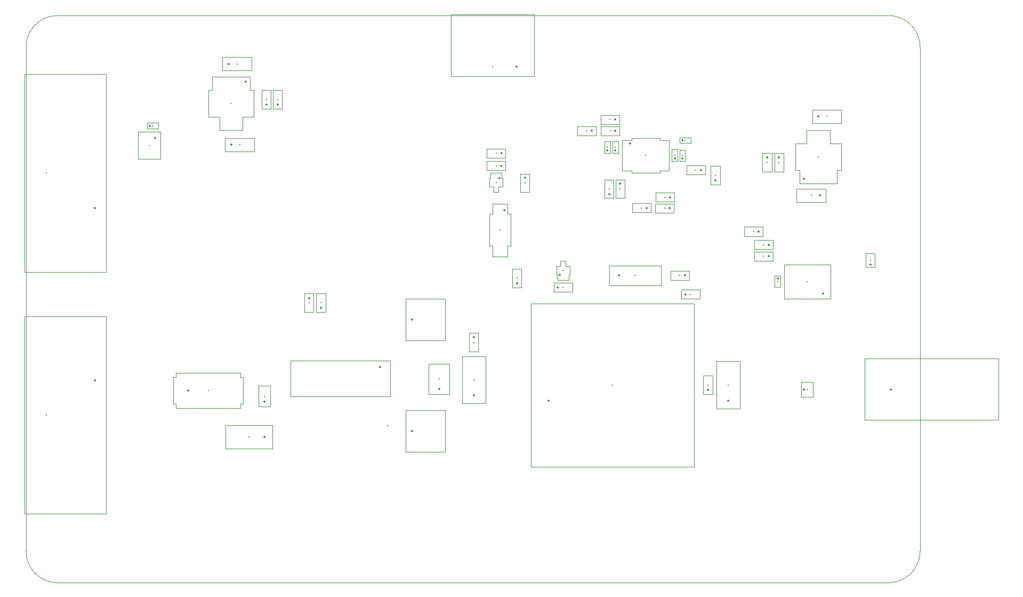
<source format=gbr>
%TF.GenerationSoftware,KiCad,Pcbnew,9.0.3*%
%TF.CreationDate,2025-09-16T13:04:33-04:00*%
%TF.ProjectId,CAEN_NEVIS_DAQ_12V,4341454e-5f4e-4455-9649-535f4441515f,rev?*%
%TF.SameCoordinates,Original*%
%TF.FileFunction,Component,L1,Top*%
%TF.FilePolarity,Positive*%
%FSLAX46Y46*%
G04 Gerber Fmt 4.6, Leading zero omitted, Abs format (unit mm)*
G04 Created by KiCad (PCBNEW 9.0.3) date 2025-09-16 13:04:33*
%MOMM*%
%LPD*%
G01*
G04 APERTURE LIST*
%TA.AperFunction,ComponentMain*%
%ADD10C,0.300000*%
%TD*%
%TA.AperFunction,ComponentOutline,Courtyard*%
%ADD11C,0.100000*%
%TD*%
%TA.AperFunction,ComponentPin*%
%ADD12P,0.360000X4X0.000000*%
%TD*%
%TA.AperFunction,ComponentPin*%
%ADD13C,0.100000*%
%TD*%
%TA.AperFunction,ComponentOutline,Footprint*%
%ADD14C,0.100000*%
%TD*%
%TA.AperFunction,Profile*%
%ADD15C,0.050000*%
%TD*%
G04 APERTURE END LIST*
D10*
%TO.C,R2*%
%TO.CFtp,R_0603_1608Metric*%
%TO.CVal,0.1*%
%TO.CLbN,Resistor_SMD*%
%TO.CMnt,SMD*%
%TO.CRot,-90*%
X143110000Y-90880000D03*
D11*
X143835000Y-89405000D02*
X143835000Y-92355000D01*
X142385000Y-92355000D01*
X142385000Y-89405000D01*
X143835000Y-89405000D01*
D12*
%TO.P,R2,1*%
X143110000Y-90055000D03*
D13*
%TO.P,R2,2*%
X143110000Y-91705000D03*
%TD*%
D10*
%TO.C,C14*%
%TO.CFtp,CP_EIA-3216-10_Kemet-I*%
%TO.CVal,4.7uF*%
%TO.CLbN,Capacitor_Tantalum_SMD*%
%TO.CMnt,SMD*%
%TO.CRot,0*%
X105930000Y-59510000D03*
D11*
X108225000Y-58465000D02*
X108225000Y-60555000D01*
X103635000Y-60555000D01*
X103635000Y-58465000D01*
X108225000Y-58465000D01*
D12*
%TO.P,C14,1*%
X104580000Y-59510000D03*
D13*
%TO.P,C14,2*%
X107280000Y-59510000D03*
%TD*%
D10*
%TO.C,U4*%
%TO.CFtp,SOT-3_ST_LIT*%
%TO.CVal,LT3080EST-PBF*%
%TO.CLbN,Analog_Devices*%
%TO.CMnt,SMD*%
%TO.CRot,0*%
X197830000Y-61430000D03*
D11*
X199653800Y-57180500D02*
X199653800Y-59326800D01*
X201431800Y-59326800D01*
X201431800Y-63533200D01*
X200809500Y-63533200D01*
X200809500Y-65679500D01*
X194850500Y-65679500D01*
X194850500Y-63533200D01*
X194228200Y-63533200D01*
X194228200Y-59326800D01*
X196006200Y-59326800D01*
X196006200Y-57180500D01*
X199653800Y-57180500D01*
D12*
%TO.P,U4,1,SET*%
X195518600Y-64922500D03*
D13*
%TO.P,U4,2,OUT*%
X197830000Y-64922500D03*
%TO.P,U4,3,IN*%
X200141400Y-64922500D03*
%TO.P,U4,4,TAB*%
X197830000Y-57930000D03*
%TD*%
D10*
%TO.C,R23*%
%TO.CFtp,R_0603_1608Metric*%
%TO.CVal,24.9*%
%TO.CLbN,Resistor_SMD*%
%TO.CMnt,SMD*%
%TO.CRot,180*%
X178390000Y-63510000D03*
D11*
X179865000Y-62785000D02*
X179865000Y-64235000D01*
X176915000Y-64235000D01*
X176915000Y-62785000D01*
X179865000Y-62785000D01*
D12*
%TO.P,R23,1*%
X179215000Y-63510000D03*
D13*
%TO.P,R23,2*%
X177565000Y-63510000D03*
%TD*%
D10*
%TO.C,R26*%
%TO.CFtp,R_0603_1608Metric*%
%TO.CVal,24.9*%
%TO.CLbN,Resistor_SMD*%
%TO.CMnt,SMD*%
%TO.CRot,180*%
X169730000Y-69550000D03*
D11*
X171205000Y-68825000D02*
X171205000Y-70275000D01*
X168255000Y-70275000D01*
X168255000Y-68825000D01*
X171205000Y-68825000D01*
D12*
%TO.P,R26,1*%
X170555000Y-69550000D03*
D13*
%TO.P,R26,2*%
X168905000Y-69550000D03*
%TD*%
D10*
%TO.C,R8*%
%TO.CFtp,R_0603_1608Metric*%
%TO.CVal,1k*%
%TO.CLbN,Resistor_SMD*%
%TO.CMnt,SMD*%
%TO.CRot,180*%
X146660000Y-62840000D03*
D11*
X148135000Y-62115000D02*
X148135000Y-63565000D01*
X145185000Y-63565000D01*
X145185000Y-62115000D01*
X148135000Y-62115000D01*
D12*
%TO.P,R8,1*%
X147485000Y-62840000D03*
D13*
%TO.P,R8,2*%
X145835000Y-62840000D03*
%TD*%
D10*
%TO.C,C12*%
%TO.CFtp,CP_EIA-3216-10_Kemet-I*%
%TO.CVal,1uF*%
%TO.CLbN,Capacitor_Tantalum_SMD*%
%TO.CMnt,SMD*%
%TO.CRot,0*%
X105501000Y-46660000D03*
D11*
X107796000Y-45615000D02*
X107796000Y-47705000D01*
X103206000Y-47705000D01*
X103206000Y-45615000D01*
X107796000Y-45615000D01*
D12*
%TO.P,C12,1*%
X104151000Y-46660000D03*
D13*
%TO.P,C12,2*%
X106851000Y-46660000D03*
%TD*%
D10*
%TO.C,J1*%
%TO.CFtp,618009231221*%
%TO.CVal,618009231221*%
%TO.CLbN,Wurth_Elektronik*%
%TO.CMnt,TH*%
%TO.CRot,-90*%
X75200000Y-102410000D03*
D11*
X84695000Y-86715000D02*
X84695000Y-118105000D01*
X71785000Y-118105000D01*
X71785000Y-86715000D01*
X84695000Y-86715000D01*
D12*
%TO.P,J1,1*%
X82920000Y-96870000D03*
D13*
%TO.P,J1,2*%
X82920000Y-99640000D03*
%TO.P,J1,3*%
X82920000Y-102410000D03*
%TO.P,J1,4*%
X82920000Y-105180000D03*
%TO.P,J1,5*%
X82920000Y-107950000D03*
%TO.P,J1,6*%
X80080000Y-98255000D03*
%TO.P,J1,7*%
X80080000Y-101025000D03*
%TO.P,J1,8*%
X80080000Y-103795000D03*
%TO.P,J1,9*%
X80080000Y-106565000D03*
%TO.P,J1,S1*%
X81500000Y-89910000D03*
%TO.P,J1,S2*%
X81500000Y-114910000D03*
%TD*%
D10*
%TO.C,C8*%
%TO.CFtp,CP_EIA-6032-20_AVX-F*%
%TO.CVal,100uF*%
%TO.CLbN,Capacitor_Tantalum_SMD*%
%TO.CMnt,SMD*%
%TO.CRot,90*%
X143120000Y-96820000D03*
D11*
X144965000Y-93075000D02*
X144965000Y-100565000D01*
X141275000Y-100565000D01*
X141275000Y-93075000D01*
X144965000Y-93075000D01*
D12*
%TO.P,C8,1*%
X143120000Y-99282500D03*
D13*
%TO.P,C8,2*%
X143120000Y-94357500D03*
%TD*%
D10*
%TO.C,R9*%
%TO.CFtp,R_0603_1608Metric*%
%TO.CVal,49.9*%
%TO.CLbN,Resistor_SMD*%
%TO.CMnt,SMD*%
%TO.CRot,180*%
X175830000Y-80240000D03*
D11*
X177305000Y-79515000D02*
X177305000Y-80965000D01*
X174355000Y-80965000D01*
X174355000Y-79515000D01*
X177305000Y-79515000D01*
D12*
%TO.P,R9,1*%
X176655000Y-80240000D03*
D13*
%TO.P,R9,2*%
X175005000Y-80240000D03*
%TD*%
D10*
%TO.C,R18*%
%TO.CFtp,R_0603_1608Metric*%
%TO.CVal,10k*%
%TO.CLbN,Resistor_SMD*%
%TO.CMnt,SMD*%
%TO.CRot,90*%
X164626200Y-66505000D03*
D11*
X165351200Y-65030000D02*
X165351200Y-67980000D01*
X163901200Y-67980000D01*
X163901200Y-65030000D01*
X165351200Y-65030000D01*
D12*
%TO.P,R18,1*%
X164626200Y-67330000D03*
D13*
%TO.P,R18,2*%
X164626200Y-65680000D03*
%TD*%
D10*
%TO.C,R15*%
%TO.CFtp,R_0603_1608Metric*%
%TO.CVal,24.9*%
%TO.CLbN,Resistor_SMD*%
%TO.CMnt,SMD*%
%TO.CRot,180*%
X189140000Y-77220000D03*
D11*
X190615000Y-76495000D02*
X190615000Y-77945000D01*
X187665000Y-77945000D01*
X187665000Y-76495000D01*
X190615000Y-76495000D01*
D12*
%TO.P,R15,1*%
X189965000Y-77220000D03*
D13*
%TO.P,R15,2*%
X188315000Y-77220000D03*
%TD*%
D10*
%TO.C,C13*%
%TO.CFtp,C_0603_1608Metric*%
%TO.CVal,0.1uF*%
%TO.CLbN,Capacitor_SMD*%
%TO.CMnt,SMD*%
%TO.CRot,90*%
X111948500Y-52330000D03*
D11*
X112673500Y-50855000D02*
X112673500Y-53805000D01*
X111223500Y-53805000D01*
X111223500Y-50855000D01*
X112673500Y-50855000D01*
D12*
%TO.P,C13,1*%
X111948500Y-53105000D03*
D13*
%TO.P,C13,2*%
X111948500Y-51555000D03*
%TD*%
D10*
%TO.C,R21*%
%TO.CFtp,R_0603_1608Metric*%
%TO.CVal,24.9*%
%TO.CLbN,Resistor_SMD*%
%TO.CMnt,SMD*%
%TO.CRot,180*%
X161036200Y-57305000D03*
D11*
X162511200Y-56580000D02*
X162511200Y-58030000D01*
X159561200Y-58030000D01*
X159561200Y-56580000D01*
X162511200Y-56580000D01*
D12*
%TO.P,R21,1*%
X161861200Y-57305000D03*
D13*
%TO.P,R21,2*%
X160211200Y-57305000D03*
%TD*%
D10*
%TO.C,C20*%
%TO.CFtp,C_0603_1608Metric*%
%TO.CVal,1uF*%
%TO.CLbN,Capacitor_SMD*%
%TO.CMnt,SMD*%
%TO.CRot,180*%
X189150000Y-75370000D03*
D11*
X190625000Y-74645000D02*
X190625000Y-76095000D01*
X187675000Y-76095000D01*
X187675000Y-74645000D01*
X190625000Y-74645000D01*
D12*
%TO.P,C20,1*%
X189925000Y-75370000D03*
D13*
%TO.P,C20,2*%
X188375000Y-75370000D03*
%TD*%
D10*
%TO.C,J10*%
%TO.CFtp,61300311121*%
%TO.CVal,61300311121*%
%TO.CLbN,Wurth_Elektronik*%
%TO.CMnt,TH*%
%TO.CRot,0*%
X168730000Y-80240000D03*
D11*
X172835000Y-78675000D02*
X172835000Y-81805000D01*
X164625000Y-81805000D01*
X164625000Y-78675000D01*
X172835000Y-78675000D01*
D12*
%TO.P,J10,1*%
X166190000Y-80240000D03*
D13*
%TO.P,J10,2*%
X168730000Y-80240000D03*
%TO.P,J10,3*%
X171270000Y-80240000D03*
%TD*%
D10*
%TO.C,U3*%
%TO.CFtp,DBV5*%
%TO.CVal,SN65LVDS2DBVR*%
%TO.CLbN,Texas_Instruments*%
%TO.CMnt,SMD*%
%TO.CRot,-90*%
X91590000Y-59630000D03*
D11*
X93363000Y-57450600D02*
X93363000Y-61809400D01*
X89817000Y-61809400D01*
X89817000Y-57450600D01*
X93363000Y-57450600D01*
D12*
%TO.P,U3,1,VCC*%
X92540001Y-58436200D03*
D13*
%TO.P,U3,2,GND*%
X91590000Y-58436200D03*
%TO.P,U3,3,A*%
X90639999Y-58436200D03*
%TO.P,U3,4,B*%
X90639999Y-60823800D03*
%TO.P,U3,5,R*%
X92540001Y-60823800D03*
%TD*%
D10*
%TO.C,R16*%
%TO.CFtp,R_0603_1608Metric*%
%TO.CVal,24.9*%
%TO.CLbN,Resistor_SMD*%
%TO.CMnt,SMD*%
%TO.CRot,180*%
X187550000Y-73280000D03*
D11*
X189025000Y-72555000D02*
X189025000Y-74005000D01*
X186075000Y-74005000D01*
X186075000Y-72555000D01*
X189025000Y-72555000D01*
D12*
%TO.P,R16,1*%
X188375000Y-73280000D03*
D13*
%TO.P,R16,2*%
X186725000Y-73280000D03*
%TD*%
D10*
%TO.C,F1*%
%TO.CFtp,0154Series_LTF*%
%TO.CVal,0154002.DR*%
%TO.CLbN,Little_Fuse*%
%TO.CMnt,SMD*%
%TO.CRot,0*%
X100950000Y-98520000D03*
D11*
X106063100Y-95756400D02*
X106063100Y-96366000D01*
X106507600Y-96366000D01*
X106507600Y-100674000D01*
X106063100Y-100674000D01*
X106063100Y-101283600D01*
X95836900Y-101283600D01*
X95836900Y-100674000D01*
X95392400Y-100674000D01*
X95392400Y-96366000D01*
X95836900Y-96366000D01*
X95836900Y-95756400D01*
X106063100Y-95756400D01*
D12*
%TO.P,F1,1,1*%
X97762300Y-98520000D03*
D13*
%TO.P,F1,2,2*%
X104137700Y-98520000D03*
%TD*%
D10*
%TO.C,J4*%
%TO.CFtp,CONN_RF2-49B-T-00-50-G-HDW_ADM*%
%TO.CVal,RF2-49B-T-00-50-G-HDW*%
%TO.CLbN,Adam_Tech*%
%TO.CMnt,TH*%
%TO.CRot,-90*%
X209360000Y-98310000D03*
D11*
X226439432Y-93412800D02*
X226439432Y-103207200D01*
X205234569Y-103207200D01*
X205234569Y-93412800D01*
X226439432Y-93412800D01*
D12*
%TO.P,J4,1,SIGNAL*%
X209360000Y-98310000D03*
D13*
%TO.P,J4,2,GND*%
X211900000Y-95770000D03*
%TO.P,J4,3,GND*%
X206820000Y-95770000D03*
%TO.P,J4,4,GND*%
X206820000Y-100850000D03*
%TO.P,J4,5,GND*%
X211900000Y-100850000D03*
%TD*%
D10*
%TO.C,C16*%
%TO.CFtp,CP_EIA-3216-10_Kemet-I*%
%TO.CVal,1uF*%
%TO.CLbN,Capacitor_Tantalum_SMD*%
%TO.CMnt,SMD*%
%TO.CRot,180*%
X196693900Y-67552500D03*
D11*
X198988900Y-66507500D02*
X198988900Y-68597500D01*
X194398900Y-68597500D01*
X194398900Y-66507500D01*
X198988900Y-66507500D01*
D12*
%TO.P,C16,1*%
X198043900Y-67552500D03*
D13*
%TO.P,C16,2*%
X195343900Y-67552500D03*
%TD*%
D10*
%TO.C,M2*%
%TO.CFtp,SSM_TOS*%
%TO.CVal,SSM3K15AFS_LF*%
%TO.CLbN,Toshiba_Semi*%
%TO.CMnt,SMD*%
%TO.CRot,180*%
X146660001Y-65505000D03*
D11*
X147559001Y-64000401D02*
X147559001Y-64856000D01*
X147709001Y-64856000D01*
X147709001Y-66154000D01*
X147059001Y-66154000D01*
X147059001Y-67009599D01*
X146261001Y-67009599D01*
X146261001Y-66154000D01*
X145611001Y-66154000D01*
X145611001Y-64856000D01*
X145761001Y-64856000D01*
X145761001Y-64000401D01*
X147559001Y-64000401D01*
D12*
%TO.P,M2,1,1*%
X147160000Y-64830000D03*
D13*
%TO.P,M2,2,2*%
X146160002Y-64830000D03*
%TO.P,M2,3,3*%
X146660001Y-66180000D03*
%TD*%
D10*
%TO.C,R25*%
%TO.CFtp,R_0603_1608Metric*%
%TO.CVal,24.9*%
%TO.CLbN,Resistor_SMD*%
%TO.CMnt,SMD*%
%TO.CRot,180*%
X173470000Y-67860000D03*
D11*
X174945000Y-67135000D02*
X174945000Y-68585000D01*
X171995000Y-68585000D01*
X171995000Y-67135000D01*
X174945000Y-67135000D01*
D12*
%TO.P,R25,1*%
X174295000Y-67860000D03*
D13*
%TO.P,R25,2*%
X172645000Y-67860000D03*
%TD*%
D10*
%TO.C,R30*%
%TO.CFtp,R_0603_1608Metric*%
%TO.CVal,1k*%
%TO.CLbN,Resistor_SMD*%
%TO.CMnt,SMD*%
%TO.CRot,90*%
X118840000Y-84560000D03*
D11*
X119565000Y-83085000D02*
X119565000Y-86035000D01*
X118115000Y-86035000D01*
X118115000Y-83085000D01*
X119565000Y-83085000D01*
D12*
%TO.P,R30,1*%
X118840000Y-85385000D03*
D13*
%TO.P,R30,2*%
X118840000Y-83735000D03*
%TD*%
D10*
%TO.C,C23*%
%TO.CFtp,C_0603_1608Metric*%
%TO.CVal,1uF*%
%TO.CLbN,Capacitor_SMD*%
%TO.CMnt,SMD*%
%TO.CRot,180*%
X164756200Y-55545000D03*
D11*
X166231200Y-54820000D02*
X166231200Y-56270000D01*
X163281200Y-56270000D01*
X163281200Y-54820000D01*
X166231200Y-54820000D01*
D12*
%TO.P,C23,1*%
X165531200Y-55545000D03*
D13*
%TO.P,C23,2*%
X163981200Y-55545000D03*
%TD*%
D10*
%TO.C,C18*%
%TO.CFtp,C_0603_1608Metric*%
%TO.CVal,0.1uF*%
%TO.CLbN,Capacitor_SMD*%
%TO.CMnt,SMD*%
%TO.CRot,-90*%
X189701400Y-62317500D03*
D11*
X190426400Y-60842500D02*
X190426400Y-63792500D01*
X188976400Y-63792500D01*
X188976400Y-60842500D01*
X190426400Y-60842500D01*
D12*
%TO.P,C18,1*%
X189701400Y-61542500D03*
D13*
%TO.P,C18,2*%
X189701400Y-63092500D03*
%TD*%
D10*
%TO.C,R7*%
%TO.CFtp,R_0603_1608Metric*%
%TO.CVal,835*%
%TO.CLbN,Resistor_SMD*%
%TO.CMnt,SMD*%
%TO.CRot,180*%
X146670000Y-60860000D03*
D11*
X148145000Y-60135000D02*
X148145000Y-61585000D01*
X145195000Y-61585000D01*
X145195000Y-60135000D01*
X148145000Y-60135000D01*
D12*
%TO.P,R7,1*%
X147495000Y-60860000D03*
D13*
%TO.P,R7,2*%
X145845000Y-60860000D03*
%TD*%
D10*
%TO.C,R14*%
%TO.CFtp,RES_FCSL20_OHM-L*%
%TO.CVal,FCSL20R010FER*%
%TO.CLbN,Foil_Resistors*%
%TO.CMnt,SMD*%
%TO.CRot,0*%
X196060000Y-98330000D03*
D11*
X196982100Y-97153900D02*
X196982100Y-99506100D01*
X195137900Y-99506100D01*
X195137900Y-97153900D01*
X196982100Y-97153900D01*
D12*
%TO.P,R14,1*%
X195526600Y-98330000D03*
D13*
%TO.P,R14,2*%
X196593400Y-98330000D03*
%TD*%
D10*
%TO.C,C17*%
%TO.CFtp,CP_EIA-3216-10_Kemet-I*%
%TO.CVal,4.7uF*%
%TO.CLbN,Capacitor_Tantalum_SMD*%
%TO.CMnt,SMD*%
%TO.CRot,0*%
X199151400Y-55012500D03*
D11*
X201446400Y-53967500D02*
X201446400Y-56057500D01*
X196856400Y-56057500D01*
X196856400Y-53967500D01*
X201446400Y-53967500D01*
D12*
%TO.P,C17,1*%
X197801400Y-55012500D03*
D13*
%TO.P,C17,2*%
X200501400Y-55012500D03*
%TD*%
D10*
%TO.C,Q1*%
%TO.CFtp,ISP281D_ISO*%
%TO.CVal,ISP281D*%
%TO.CLbN,ISOCOM*%
%TO.CMnt,SMD*%
%TO.CRot,-90*%
X147300000Y-73040000D03*
D11*
X148463400Y-68841300D02*
X148463400Y-70492300D01*
X148996800Y-70492300D01*
X148996800Y-75587700D01*
X148463400Y-75587700D01*
X148463400Y-77238700D01*
X146136600Y-77238700D01*
X146136600Y-75587700D01*
X145603200Y-75587700D01*
X145603200Y-70492300D01*
X146136600Y-70492300D01*
X146136600Y-68841300D01*
X148463400Y-68841300D01*
D12*
%TO.P,Q1,1,1*%
X147935000Y-69915800D03*
D13*
%TO.P,Q1,2,2*%
X146665000Y-69915800D03*
%TO.P,Q1,3,3*%
X146665000Y-76164200D03*
%TO.P,Q1,4,4*%
X147935000Y-76164200D03*
%TD*%
D10*
%TO.C,R1*%
%TO.CFtp,R_0603_1608Metric*%
%TO.CVal,(DNP)*%
%TO.CLbN,Resistor_SMD*%
%TO.CMnt,SMD*%
%TO.CRot,90*%
X180300000Y-97630000D03*
D11*
X181025000Y-96155000D02*
X181025000Y-99105000D01*
X179575000Y-99105000D01*
X179575000Y-96155000D01*
X181025000Y-96155000D01*
D12*
%TO.P,R1,1*%
X180300000Y-98455000D03*
D13*
%TO.P,R1,2*%
X180300000Y-96805000D03*
%TD*%
D10*
%TO.C,C19*%
%TO.CFtp,C_0402_1005Metric*%
%TO.CVal,0.1uF*%
%TO.CLbN,Capacitor_SMD*%
%TO.CMnt,SMD*%
%TO.CRot,-90*%
X191360000Y-81220000D03*
D11*
X191815000Y-80315000D02*
X191815000Y-82125000D01*
X190905000Y-82125000D01*
X190905000Y-80315000D01*
X191815000Y-80315000D01*
D12*
%TO.P,C19,1*%
X191360000Y-80740000D03*
D13*
%TO.P,C19,2*%
X191360000Y-81700000D03*
%TD*%
D10*
%TO.C,R10*%
%TO.CFtp,R_0805_2012Metric*%
%TO.CVal,10*%
%TO.CLbN,Resistor_SMD*%
%TO.CMnt,SMD*%
%TO.CRot,90*%
X109870000Y-99420000D03*
D11*
X110815000Y-97745000D02*
X110815000Y-101095000D01*
X108925000Y-101095000D01*
X108925000Y-97745000D01*
X110815000Y-97745000D01*
D12*
%TO.P,R10,1*%
X109870000Y-100332500D03*
D13*
%TO.P,R10,2*%
X109870000Y-98507500D03*
%TD*%
D10*
%TO.C,U2*%
%TO.CFtp,SOT-3_ST_LIT*%
%TO.CVal,LT3080EST-PBF*%
%TO.CLbN,Analog_Devices*%
%TO.CMnt,SMD*%
%TO.CRot,180*%
X104568500Y-52990000D03*
D11*
X107548000Y-48740500D02*
X107548000Y-50886800D01*
X108170300Y-50886800D01*
X108170300Y-55093200D01*
X106392300Y-55093200D01*
X106392300Y-57239500D01*
X102744700Y-57239500D01*
X102744700Y-55093200D01*
X100966700Y-55093200D01*
X100966700Y-50886800D01*
X101589000Y-50886800D01*
X101589000Y-48740500D01*
X107548000Y-48740500D01*
D12*
%TO.P,U2,1,SET*%
X106879900Y-49497500D03*
D13*
%TO.P,U2,2,OUT*%
X104568500Y-49497500D03*
%TO.P,U2,3,IN*%
X102257100Y-49497500D03*
%TO.P,U2,4,TAB*%
X104568500Y-56490000D03*
%TD*%
D10*
%TO.C,C21*%
%TO.CFtp,C_0402_1005Metric*%
%TO.CVal,0.1uF*%
%TO.CLbN,Capacitor_SMD*%
%TO.CMnt,SMD*%
%TO.CRot,0*%
X176700000Y-58810000D03*
D11*
X177605000Y-58355000D02*
X177605000Y-59265000D01*
X175795000Y-59265000D01*
X175795000Y-58355000D01*
X177605000Y-58355000D01*
D12*
%TO.P,C21,1*%
X176220000Y-58810000D03*
D13*
%TO.P,C21,2*%
X177180000Y-58810000D03*
%TD*%
D10*
%TO.C,C11*%
%TO.CFtp,C_0603_1608Metric*%
%TO.CVal,0.1uF*%
%TO.CLbN,Capacitor_SMD*%
%TO.CMnt,SMD*%
%TO.CRot,0*%
X177540000Y-83250000D03*
D11*
X179015000Y-82525000D02*
X179015000Y-83975000D01*
X176065000Y-83975000D01*
X176065000Y-82525000D01*
X179015000Y-82525000D01*
D12*
%TO.P,C11,1*%
X176765000Y-83250000D03*
D13*
%TO.P,C11,2*%
X178315000Y-83250000D03*
%TD*%
D10*
%TO.C,C24*%
%TO.CFtp,C_0402_1005Metric*%
%TO.CVal,0.1uF*%
%TO.CLbN,Capacitor_SMD*%
%TO.CMnt,SMD*%
%TO.CRot,90*%
X176230000Y-61220000D03*
D11*
X176685000Y-60315000D02*
X176685000Y-62125000D01*
X175775000Y-62125000D01*
X175775000Y-60315000D01*
X176685000Y-60315000D01*
D12*
%TO.P,C24,1*%
X176230000Y-61700000D03*
D13*
%TO.P,C24,2*%
X176230000Y-60740000D03*
%TD*%
D10*
%TO.C,U5*%
%TO.CFtp,INA28x_8SOIC*%
%TO.CVal,INA286*%
%TO.CLbN,Texas_Instruments*%
%TO.CMnt,SMD*%
%TO.CRot,180*%
X196080000Y-81220000D03*
D11*
X199780000Y-78522500D02*
X199780000Y-83917500D01*
X192380000Y-83917500D01*
X192380000Y-78522500D01*
X199780000Y-78522500D01*
D12*
%TO.P,U5,1,-IN*%
X198550000Y-83125000D03*
D13*
%TO.P,U5,2,GND*%
X198550000Y-81855000D03*
%TO.P,U5,3,REF2*%
X198550000Y-80585000D03*
%TO.P,U5,4,4*%
X198550000Y-79315000D03*
%TO.P,U5,5,OUT*%
X193610000Y-79315000D03*
%TO.P,U5,6,V+*%
X193610000Y-80585000D03*
%TO.P,U5,7,REF1*%
X193610000Y-81855000D03*
%TO.P,U5,8,+IN*%
X193610000Y-83125000D03*
%TD*%
D10*
%TO.C,R19*%
%TO.CFtp,R_0603_1608Metric*%
%TO.CVal,49.9k*%
%TO.CLbN,Resistor_SMD*%
%TO.CMnt,SMD*%
%TO.CRot,-90*%
X166346200Y-66505000D03*
D11*
X167071200Y-65030000D02*
X167071200Y-67980000D01*
X165621200Y-67980000D01*
X165621200Y-65030000D01*
X167071200Y-65030000D01*
D12*
%TO.P,R19,1*%
X166346200Y-65680000D03*
D13*
%TO.P,R19,2*%
X166346200Y-67330000D03*
%TD*%
D10*
%TO.C,C7*%
%TO.CFtp,CP_EIA-6032-20_AVX-F*%
%TO.CVal,10uF*%
%TO.CLbN,Capacitor_Tantalum_SMD*%
%TO.CMnt,SMD*%
%TO.CRot,90*%
X183520000Y-97630000D03*
D11*
X185365000Y-93885000D02*
X185365000Y-101375000D01*
X181675000Y-101375000D01*
X181675000Y-93885000D01*
X185365000Y-93885000D01*
D12*
%TO.P,C7,1*%
X183520000Y-100092500D03*
D13*
%TO.P,C7,2*%
X183520000Y-95167500D03*
%TD*%
D10*
%TO.C,C25*%
%TO.CFtp,C_0603_1608Metric*%
%TO.CVal,1uF*%
%TO.CLbN,Capacitor_SMD*%
%TO.CMnt,SMD*%
%TO.CRot,180*%
X173420000Y-69570000D03*
D11*
X174895000Y-68845000D02*
X174895000Y-70295000D01*
X171945000Y-70295000D01*
X171945000Y-68845000D01*
X174895000Y-68845000D01*
D12*
%TO.P,C25,1*%
X174195000Y-69570000D03*
D13*
%TO.P,C25,2*%
X172645000Y-69570000D03*
%TD*%
D10*
%TO.C,R13*%
%TO.CFtp,R_0603_1608Metric*%
%TO.CVal,330k*%
%TO.CLbN,Resistor_SMD*%
%TO.CMnt,SMD*%
%TO.CRot,-90*%
X191591400Y-62322500D03*
D11*
X192316400Y-60847500D02*
X192316400Y-63797500D01*
X190866400Y-63797500D01*
X190866400Y-60847500D01*
X192316400Y-60847500D01*
D12*
%TO.P,R13,1*%
X191591400Y-61497500D03*
D13*
%TO.P,R13,2*%
X191591400Y-63147500D03*
%TD*%
D10*
%TO.C,U6*%
%TO.CFtp,R_8_ADI*%
%TO.CVal,LTC2051HVCS8#TRPBF*%
%TO.CLbN,Analog_Devices*%
%TO.CMnt,SMD*%
%TO.CRot,0*%
X170406200Y-61205000D03*
D11*
X172649100Y-58454100D02*
X172649100Y-58771600D01*
X174109600Y-58771600D01*
X174109600Y-63638400D01*
X172649100Y-63638400D01*
X172649100Y-63955900D01*
X168163300Y-63955900D01*
X168163300Y-63638400D01*
X166702800Y-63638400D01*
X166702800Y-58771600D01*
X168163300Y-58771600D01*
X168163300Y-58454100D01*
X172649100Y-58454100D01*
D12*
%TO.P,U6,1,A_OUT*%
X167942400Y-59300000D03*
D13*
%TO.P,U6,2,-INA*%
X167942400Y-60570000D03*
%TO.P,U6,3,+INA*%
X167942400Y-61840000D03*
%TO.P,U6,4,VSS*%
X167942400Y-63110000D03*
%TO.P,U6,5,+INB*%
X172870000Y-63110000D03*
%TO.P,U6,6,-INB*%
X172870000Y-61840000D03*
%TO.P,U6,7,B_OUT*%
X172870000Y-60570000D03*
%TO.P,U6,8,VCC*%
X172870000Y-59300000D03*
%TD*%
D10*
%TO.C,M1*%
%TO.CFtp,SSM_TOS*%
%TO.CVal,SSM3K15AFS_LF*%
%TO.CLbN,Toshiba_Semi*%
%TO.CMnt,SMD*%
%TO.CRot,0*%
X157290000Y-79470000D03*
D11*
X157689000Y-77965401D02*
X157689000Y-78821000D01*
X158339000Y-78821000D01*
X158339000Y-80119000D01*
X158189000Y-80119000D01*
X158189000Y-80974599D01*
X156391000Y-80974599D01*
X156391000Y-80119000D01*
X156241000Y-80119000D01*
X156241000Y-78821000D01*
X156891000Y-78821000D01*
X156891000Y-77965401D01*
X157689000Y-77965401D01*
D12*
%TO.P,M1,1,1*%
X156790001Y-80145000D03*
D13*
%TO.P,M1,2,2*%
X157789999Y-80145000D03*
%TO.P,M1,3,3*%
X157290000Y-78795000D03*
%TD*%
D10*
%TO.C,R6*%
%TO.CFtp,R_0603_1608Metric*%
%TO.CVal,5k*%
%TO.CLbN,Resistor_SMD*%
%TO.CMnt,SMD*%
%TO.CRot,0*%
X157289999Y-82135000D03*
D11*
X158764999Y-81410000D02*
X158764999Y-82860000D01*
X155814999Y-82860000D01*
X155814999Y-81410000D01*
X158764999Y-81410000D01*
D12*
%TO.P,R6,1*%
X156464999Y-82135000D03*
D13*
%TO.P,R6,2*%
X158114999Y-82135000D03*
%TD*%
D10*
%TO.C,U1*%
%TO.CFtp,PDQ30-Q24-S12-D*%
%TO.CVal,PDQ30-Q24-S12-D*%
%TO.CLbN,CUI*%
%TO.CMnt,TH*%
%TO.CRot,90*%
X165130000Y-97650000D03*
D11*
X178075000Y-84705000D02*
X178075000Y-110595000D01*
X152185000Y-110595000D01*
X152185000Y-84705000D01*
X178075000Y-84705000D01*
D12*
%TO.P,U1,1,+VIN*%
X154980000Y-100150000D03*
D13*
%TO.P,U1,2,-VIN*%
X154980000Y-95050000D03*
%TO.P,U1,3,+VOUT*%
X175280000Y-107850000D03*
%TO.P,U1,4,TRIM*%
X175280000Y-97650000D03*
%TO.P,U1,5,-VOUT*%
X175280000Y-87450000D03*
%TO.P,U1,6,REMOTE*%
X154980000Y-87450000D03*
%TD*%
D10*
%TO.C,L2*%
%TO.CFtp,LPS6235-822MR*%
%TO.CVal,8.2uH (+/- 20\u0025)*%
%TO.CLbN,CoilCraft*%
%TO.CMnt,SMD*%
%TO.CRot,0*%
X133325000Y-87290000D03*
D14*
X132325000Y-83990000D02*
X132325000Y-90590000D01*
X138525000Y-90590000D01*
X138525000Y-83990000D01*
X132325000Y-83990000D01*
D12*
%TO.P,L2,1,1*%
X133325000Y-87290000D03*
D13*
%TO.P,L2,2,2*%
X137525000Y-87290000D03*
%TD*%
D10*
%TO.C,R4*%
%TO.CFtp,R_0603_1608Metric*%
%TO.CVal,15k*%
%TO.CLbN,Resistor_SMD*%
%TO.CMnt,SMD*%
%TO.CRot,90*%
X149980000Y-80660000D03*
D11*
X150705000Y-79185000D02*
X150705000Y-82135000D01*
X149255000Y-82135000D01*
X149255000Y-79185000D01*
X150705000Y-79185000D01*
D12*
%TO.P,R4,1*%
X149980000Y-81485000D03*
D13*
%TO.P,R4,2*%
X149980000Y-79835000D03*
%TD*%
D10*
%TO.C,C22*%
%TO.CFtp,C_0402_1005Metric*%
%TO.CVal,0.1uF*%
%TO.CLbN,Capacitor_SMD*%
%TO.CMnt,SMD*%
%TO.CRot,90*%
X164326200Y-59905000D03*
D11*
X164781200Y-59000000D02*
X164781200Y-60810000D01*
X163871200Y-60810000D01*
X163871200Y-59000000D01*
X164781200Y-59000000D01*
D12*
%TO.P,C22,1*%
X164326200Y-60385000D03*
D13*
%TO.P,C22,2*%
X164326200Y-59425000D03*
%TD*%
D10*
%TO.C,C10*%
%TO.CFtp,CP_EIA-6032-20_AVX-F*%
%TO.CVal,100uF*%
%TO.CLbN,Capacitor_Tantalum_SMD*%
%TO.CMnt,SMD*%
%TO.CRot,180*%
X107407500Y-105860000D03*
D11*
X111152500Y-104015000D02*
X111152500Y-107705000D01*
X103662500Y-107705000D01*
X103662500Y-104015000D01*
X111152500Y-104015000D01*
D12*
%TO.P,C10,1*%
X109870000Y-105860000D03*
D13*
%TO.P,C10,2*%
X104945000Y-105860000D03*
%TD*%
D10*
%TO.C,R20*%
%TO.CFtp,R_0603_1608Metric*%
%TO.CVal,24.9*%
%TO.CLbN,Resistor_SMD*%
%TO.CMnt,SMD*%
%TO.CRot,180*%
X164786200Y-57305000D03*
D11*
X166261200Y-56580000D02*
X166261200Y-58030000D01*
X163311200Y-58030000D01*
X163311200Y-56580000D01*
X166261200Y-56580000D01*
D12*
%TO.P,R20,1*%
X165611200Y-57305000D03*
D13*
%TO.P,R20,2*%
X163961200Y-57305000D03*
%TD*%
D10*
%TO.C,C26*%
%TO.CFtp,C_0603_1608Metric*%
%TO.CVal,0.1uF*%
%TO.CLbN,Capacitor_SMD*%
%TO.CMnt,SMD*%
%TO.CRot,-90*%
X116930000Y-84610000D03*
D11*
X117655000Y-83135000D02*
X117655000Y-86085000D01*
X116205000Y-86085000D01*
X116205000Y-83135000D01*
X117655000Y-83135000D01*
D12*
%TO.P,C26,1*%
X116930000Y-83835000D03*
D13*
%TO.P,C26,2*%
X116930000Y-85385000D03*
%TD*%
D10*
%TO.C,R24*%
%TO.CFtp,R_0402_1005Metric*%
%TO.CVal,10k*%
%TO.CLbN,Resistor_SMD*%
%TO.CMnt,SMD*%
%TO.CRot,90*%
X175020000Y-61210000D03*
D11*
X175485000Y-60285000D02*
X175485000Y-62135000D01*
X174555000Y-62135000D01*
X174555000Y-60285000D01*
X175485000Y-60285000D01*
D12*
%TO.P,R24,1*%
X175020000Y-61720000D03*
D13*
%TO.P,R24,2*%
X175020000Y-60700000D03*
%TD*%
D10*
%TO.C,J2*%
%TO.CFtp,618009231121*%
%TO.CVal,618009231121*%
%TO.CLbN,Wurth_Elektronik*%
%TO.CMnt,TH*%
%TO.CRot,-90*%
X75200000Y-64000000D03*
D11*
X84695000Y-48305000D02*
X84695000Y-79695000D01*
X71785000Y-79695000D01*
X71785000Y-48305000D01*
X84695000Y-48305000D01*
D12*
%TO.P,J2,1*%
X82920000Y-69540000D03*
D13*
%TO.P,J2,2*%
X82920000Y-66770000D03*
%TO.P,J2,3*%
X82920000Y-64000000D03*
%TO.P,J2,4*%
X82920000Y-61230000D03*
%TO.P,J2,5*%
X82920000Y-58460000D03*
%TO.P,J2,6*%
X80080000Y-68155000D03*
%TO.P,J2,7*%
X80080000Y-65385000D03*
%TO.P,J2,8*%
X80080000Y-62615000D03*
%TO.P,J2,9*%
X80080000Y-59845000D03*
%TO.P,J2,S1*%
X81500000Y-51500000D03*
%TO.P,J2,S2*%
X81500000Y-76500000D03*
%TD*%
D10*
%TO.C,R12*%
%TO.CFtp,R_0603_1608Metric*%
%TO.CVal,330k*%
%TO.CLbN,Resistor_SMD*%
%TO.CMnt,SMD*%
%TO.CRot,90*%
X110188500Y-52310000D03*
D11*
X110913500Y-50835000D02*
X110913500Y-53785000D01*
X109463500Y-53785000D01*
X109463500Y-50835000D01*
X110913500Y-50835000D01*
D12*
%TO.P,R12,1*%
X110188500Y-53135000D03*
D13*
%TO.P,R12,2*%
X110188500Y-51485000D03*
%TD*%
D10*
%TO.C,R17*%
%TO.CFtp,R_0402_1005Metric*%
%TO.CVal,10k*%
%TO.CLbN,Resistor_SMD*%
%TO.CMnt,SMD*%
%TO.CRot,90*%
X165596200Y-59925000D03*
D11*
X166061200Y-59000000D02*
X166061200Y-60850000D01*
X165131200Y-60850000D01*
X165131200Y-59000000D01*
X166061200Y-59000000D01*
D12*
%TO.P,R17,1*%
X165596200Y-60435000D03*
D13*
%TO.P,R17,2*%
X165596200Y-59415000D03*
%TD*%
D10*
%TO.C,L1*%
%TO.CFtp,LPS6235-822MR*%
%TO.CVal,8.2uH (+/- 20\u0025)*%
%TO.CLbN,CoilCraft*%
%TO.CMnt,SMD*%
%TO.CRot,0*%
X133325000Y-104980000D03*
D14*
X132325000Y-101680000D02*
X132325000Y-108280000D01*
X138525000Y-108280000D01*
X138525000Y-101680000D01*
X132325000Y-101680000D01*
D12*
%TO.P,L1,1,1*%
X133325000Y-104980000D03*
D13*
%TO.P,L1,2,2*%
X137525000Y-104980000D03*
%TD*%
D10*
%TO.C,C9*%
%TO.CFtp,CP_EIA-3528-12_Kemet-T*%
%TO.CVal,22uF*%
%TO.CLbN,Capacitor_Tantalum_SMD*%
%TO.CMnt,SMD*%
%TO.CRot,90*%
X137620000Y-96692500D03*
D11*
X139265000Y-94247500D02*
X139265000Y-99137500D01*
X135975000Y-99137500D01*
X135975000Y-94247500D01*
X139265000Y-94247500D01*
D12*
%TO.P,C9,1*%
X137620000Y-98230000D03*
D13*
%TO.P,C9,2*%
X137620000Y-95155000D03*
%TD*%
D10*
%TO.C,L3*%
%TO.CFtp,MSD1583-105*%
%TO.CVal,900uH to 1mH (CM) 2uH Leakage*%
%TO.CLbN,CoilCraft*%
%TO.CMnt,SMD*%
%TO.CRot,90*%
X129450000Y-104110000D03*
D14*
X114050000Y-99410000D02*
X129850000Y-99410000D01*
X129850000Y-93810000D01*
X114050000Y-93810000D01*
X114050000Y-99410000D01*
D12*
%TO.P,L3,1*%
X128250000Y-94760000D03*
D13*
%TO.P,L3,2*%
X128250000Y-98460000D03*
%TO.P,L3,3*%
X115650000Y-98460000D03*
%TO.P,L3,4*%
X115650000Y-94760000D03*
%TD*%
D10*
%TO.C,C15*%
%TO.CFtp,C_0402_1005Metric*%
%TO.CVal,0.1uF*%
%TO.CLbN,Capacitor_SMD*%
%TO.CMnt,SMD*%
%TO.CRot,0*%
X92115400Y-56496500D03*
D11*
X93020400Y-56041500D02*
X93020400Y-56951500D01*
X91210400Y-56951500D01*
X91210400Y-56041500D01*
X93020400Y-56041500D01*
D12*
%TO.P,C15,1*%
X91635400Y-56496500D03*
D13*
%TO.P,C15,2*%
X92595400Y-56496500D03*
%TD*%
D10*
%TO.C,J3*%
%TO.CFtp,691322310003*%
%TO.CVal,691322310003*%
%TO.CLbN,Wurth_Elektronik*%
%TO.CMnt,TH*%
%TO.CRot,180*%
X146080000Y-47150000D03*
D11*
X152685000Y-38855000D02*
X152685000Y-48645000D01*
X139475000Y-48645000D01*
X139475000Y-38855000D01*
X152685000Y-38855000D01*
D12*
%TO.P,J3,1*%
X149890000Y-47150000D03*
D13*
%TO.P,J3,2*%
X146080000Y-47150000D03*
%TO.P,J3,3*%
X142270000Y-47150000D03*
%TD*%
D10*
%TO.C,LED1*%
%TO.CFtp,LED_0AS75000_WRE*%
%TO.CVal,150060AS75000*%
%TO.CLbN,Wurth_Elektronik*%
%TO.CMnt,SMD*%
%TO.CRot,90*%
X206100000Y-77880000D03*
D11*
X206793500Y-76780100D02*
X206793500Y-78979900D01*
X205406500Y-78979900D01*
X205406500Y-76780100D01*
X206793500Y-76780100D01*
D12*
%TO.P,LED1,1*%
X206100000Y-78508650D03*
D13*
%TO.P,LED1,2*%
X206100000Y-77251350D03*
%TD*%
D10*
%TO.C,R22*%
%TO.CFtp,R_0603_1608Metric*%
%TO.CVal,10k*%
%TO.CLbN,Resistor_SMD*%
%TO.CMnt,SMD*%
%TO.CRot,90*%
X181490000Y-64370000D03*
D11*
X182215000Y-62895000D02*
X182215000Y-65845000D01*
X180765000Y-65845000D01*
X180765000Y-62895000D01*
X182215000Y-62895000D01*
D12*
%TO.P,R22,1*%
X181490000Y-65195000D03*
D13*
%TO.P,R22,2*%
X181490000Y-63545000D03*
%TD*%
D10*
%TO.C,R5*%
%TO.CFtp,R_0603_1608Metric*%
%TO.CVal,180*%
%TO.CLbN,Resistor_SMD*%
%TO.CMnt,SMD*%
%TO.CRot,-90*%
X151230000Y-65580000D03*
D11*
X151955000Y-64105000D02*
X151955000Y-67055000D01*
X150505000Y-67055000D01*
X150505000Y-64105000D01*
X151955000Y-64105000D01*
D12*
%TO.P,R5,1*%
X151230000Y-64755000D03*
D13*
%TO.P,R5,2*%
X151230000Y-66405000D03*
%TD*%
D15*
X214000000Y-124000000D02*
X214000000Y-44000000D01*
X214000000Y-124000000D02*
G75*
G02*
X209000000Y-129000000I-5000000J0D01*
G01*
X77000000Y-129000000D02*
X209000000Y-129000000D01*
X209000000Y-39000000D02*
X77000000Y-39000000D01*
X72000000Y-44000000D02*
X72000000Y-124000000D01*
X77000000Y-129000000D02*
G75*
G02*
X72000000Y-124000000I0J5000000D01*
G01*
X72000000Y-44000000D02*
G75*
G02*
X77000000Y-39000000I5000000J0D01*
G01*
X209000000Y-39000000D02*
G75*
G02*
X214000000Y-44000000I0J-5000000D01*
G01*
M02*

</source>
